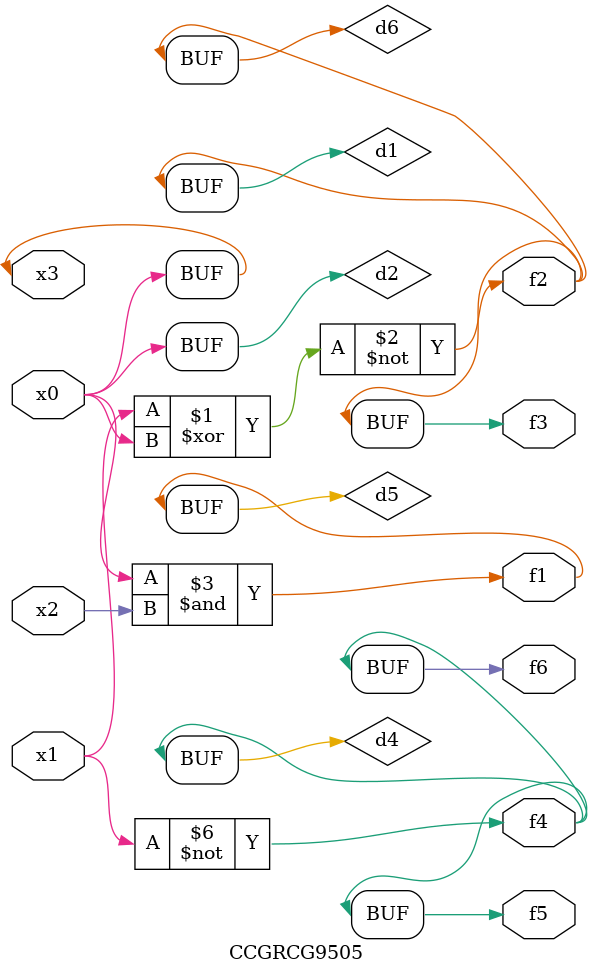
<source format=v>
module CCGRCG9505(
	input x0, x1, x2, x3,
	output f1, f2, f3, f4, f5, f6
);

	wire d1, d2, d3, d4, d5, d6;

	xnor (d1, x1, x3);
	buf (d2, x0, x3);
	nand (d3, x0, x2);
	not (d4, x1);
	nand (d5, d3);
	or (d6, d1);
	assign f1 = d5;
	assign f2 = d6;
	assign f3 = d6;
	assign f4 = d4;
	assign f5 = d4;
	assign f6 = d4;
endmodule

</source>
